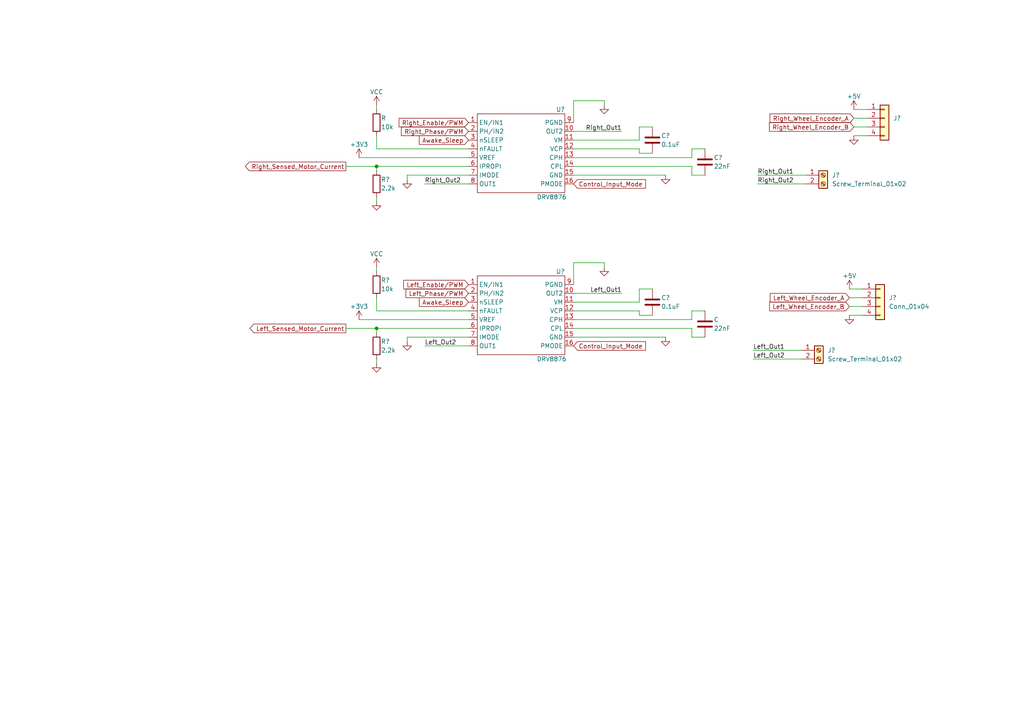
<source format=kicad_sch>
(kicad_sch (version 20211123) (generator eeschema)
  (paper "A4")
  (lib_symbols
    (symbol "Connector:Screw_Terminal_01x02" (pin_names (offset 1.016) hide)
      (property "Reference" "J" (at 0 2.54 0))
      (property "Value" "Screw_Terminal_01x02" (at 0 -5.08 0))
      (symbol "Screw_Terminal_01x02_1_1"
        (rectangle (start -1.27 1.27) (end 1.27 -3.81) (stroke (width 0.254)) (fill (type background)))
        (circle (center 0 -2.54) (radius 0.635) (stroke (width 0.1524)))
        (polyline (pts (xy -0.5334 -2.2098) (xy 0.3302 -3.048)) (stroke (width 0.1524)))
        (polyline (pts (xy -0.5334 0.3302) (xy 0.3302 -0.508)) (stroke (width 0.1524)))
        (polyline (pts (xy -0.3556 -2.032) (xy 0.508 -2.8702)) (stroke (width 0.1524)))
        (polyline (pts (xy -0.3556 0.508) (xy 0.508 -0.3302)) (stroke (width 0.1524)))
        (circle (center 0 0) (radius 0.635) (stroke (width 0.1524)))
        (pin passive line (at -5.08 0 0) (length 3.81) (name "Pin_1") (number "1"))
        (pin passive line (at -5.08 -2.54 0) (length 3.81) (name "Pin_2") (number "2"))
      )
    )
    (symbol "Connector_Generic:Conn_01x04" (pin_names (offset 1.016) hide)
      (property "Reference" "J" (at 0 5.08 0))
      (property "Value" "Conn_01x04" (at 0 -7.62 0))
      (symbol "Conn_01x04_1_1"
        (rectangle (start -1.27 -4.953) (end 0 -5.207) (stroke (width 0.1524)))
        (rectangle (start -1.27 -2.413) (end 0 -2.667) (stroke (width 0.1524)))
        (rectangle (start -1.27 0.127) (end 0 -0.127) (stroke (width 0.1524)))
        (rectangle (start -1.27 2.667) (end 0 2.413) (stroke (width 0.1524)))
        (rectangle (start -1.27 3.81) (end 1.27 -6.35) (stroke (width 0.254)) (fill (type background)))
        (pin passive line (at -5.08 2.54 0) (length 3.81) (name "Pin_1") (number "1"))
        (pin passive line (at -5.08 0 0) (length 3.81) (name "Pin_2") (number "2"))
        (pin passive line (at -5.08 -2.54 0) (length 3.81) (name "Pin_3") (number "3"))
        (pin passive line (at -5.08 -5.08 0) (length 3.81) (name "Pin_4") (number "4"))
      )
    )
    (symbol "Device:C" (pin_numbers hide) (pin_names (offset 0.254))
      (property "Reference" "C" (at 0.635 2.54 0))
      (property "Value" "C" (at 0.635 -2.54 0))
      (symbol "C_0_1"
        (polyline (pts (xy -2.032 -0.762) (xy 2.032 -0.762)) (stroke (width 0.508)))
        (polyline (pts (xy -2.032 0.762) (xy 2.032 0.762)) (stroke (width 0.508)))
      )
      (symbol "C_1_1"
        (pin passive line (at 0 3.81 270) (length 2.794) (name "~") (number "1"))
        (pin passive line (at 0 -3.81 90) (length 2.794) (name "~") (number "2"))
      )
    )
    (symbol "Device:R" (pin_numbers hide) (pin_names (offset 0))
      (property "Reference" "R" (at 2.032 0 90))
      (property "Value" "R" (at 0 0 90))
      (symbol "R_0_1"
        (rectangle (start -1.016 -2.54) (end 1.016 2.54) (stroke (width 0.254)))
      )
      (symbol "R_1_1"
        (pin passive line (at 0 3.81 270) (length 1.27) (name "~") (number "1"))
        (pin passive line (at 0 -3.81 90) (length 1.27) (name "~") (number "2"))
      )
    )
    (symbol "Ghanis_Symbols_KiCad6:DRV8876"
      (property "Reference" "U" (at 0 11.43 0))
      (property "Value" "DRV8876" (at 0 -13.97 0))
      (symbol "DRV8876_0_0"
        (pin input line (at -15.24 7.62 0) (length 2.54) (name "EN/IN1") (number "1"))
        (pin output line (at 15.24 5.08 180) (length 2.54) (name "OUT2") (number "10"))
        (pin power_in line (at 15.24 2.54 180) (length 2.54) (name "VM") (number "11"))
        (pin power_out line (at 15.24 0 180) (length 2.54) (name "VCP") (number "12"))
        (pin power_out line (at 15.24 -2.54 180) (length 2.54) (name "CPH") (number "13"))
        (pin power_out line (at 15.24 -5.08 180) (length 2.54) (name "CPL") (number "14"))
        (pin power_in line (at 15.24 -7.62 180) (length 2.54) (name "GND") (number "15"))
        (pin tri_state line (at 15.24 -10.16 180) (length 2.54) (name "PMODE") (number "16"))
        (pin input line (at -15.24 5.08 0) (length 2.54) (name "PH/IN2") (number "2"))
        (pin input line (at -15.24 2.54 0) (length 2.54) (name "nSLEEP") (number "3"))
        (pin open_collector line (at -15.24 0 0) (length 2.54) (name "nFAULT") (number "4"))
        (pin input line (at -15.24 -2.54 0) (length 2.54) (name "VREF") (number "5"))
        (pin output line (at -15.24 -5.08 0) (length 2.54) (name "IPROPI") (number "6"))
        (pin input line (at -15.24 -7.62 0) (length 2.54) (name "IMODE") (number "7"))
        (pin output line (at -15.24 -10.16 0) (length 2.54) (name "OUT1") (number "8"))
        (pin power_in line (at 15.24 7.62 180) (length 2.54) (name "PGND") (number "9"))
      )
      (symbol "DRV8876_0_1"
        (rectangle (start -12.7 10.16) (end 12.7 -12.7))
      )
    )
    (symbol "power:+3.3V" (power) (pin_names (offset 0))
      (property "Value" "+3.3V" (at 0 3.556 0))
      (symbol "+3.3V_0_1"
        (polyline (pts (xy -0.762 1.27) (xy 0 2.54)))
        (polyline (pts (xy 0 0) (xy 0 2.54)))
        (polyline (pts (xy 0 2.54) (xy 0.762 1.27)))
      )
      (symbol "+3.3V_1_1"
        (pin power_in line (at 0 0 90) (length 0) hide (name "+3V3") (number "1"))
      )
    )
    (symbol "power:+5V" (power) (pin_names (offset 0))
      (property "Value" "+5V" (at 0 3.556 0))
      (symbol "+5V_0_1"
        (polyline (pts (xy -0.762 1.27) (xy 0 2.54)))
        (polyline (pts (xy 0 0) (xy 0 2.54)))
        (polyline (pts (xy 0 2.54) (xy 0.762 1.27)))
      )
      (symbol "+5V_1_1"
        (pin power_in line (at 0 0 90) (length 0) hide (name "+5V") (number "1"))
      )
    )
    (symbol "power:GND" (power) (pin_names (offset 0))
      (property "Value" "GND" (at 0 -3.81 0))
      (symbol "GND_0_1"
        (polyline (pts (xy 0 0) (xy 0 -1.27) (xy 1.27 -1.27) (xy 0 -2.54) (xy -1.27 -1.27) (xy 0 -1.27)))
      )
      (symbol "GND_1_1"
        (pin power_in line (at 0 0 270) (length 0) hide (name "GND") (number "1"))
      )
    )
    (symbol "power:VCC" (power) (pin_names (offset 0))
      (property "Value" "VCC" (at 0 3.81 0))
      (symbol "VCC_0_1"
        (polyline (pts (xy -0.762 1.27) (xy 0 2.54)))
        (polyline (pts (xy 0 0) (xy 0 2.54)))
        (polyline (pts (xy 0 2.54) (xy 0.762 1.27)))
      )
      (symbol "VCC_1_1"
        (pin power_in line (at 0 0 90) (length 0) hide (name "VCC") (number "1"))
      )
    )
  )
  (junction (at 109.22 95.25))
  (junction (at 109.22 48.26))
  (wire (pts (xy 175.26 29.21) (xy 175.26 30.48)))
  (wire (pts (xy 109.22 39.37) (xy 109.22 43.18)))
  (wire (pts (xy 166.37 92.71) (xy 200.66 92.71)))
  (wire (pts (xy 185.42 43.18) (xy 185.42 44.45)))
  (wire (pts (xy 166.37 38.1) (xy 180.34 38.1)))
  (wire (pts (xy 123.19 53.34) (xy 135.89 53.34)))
  (wire (pts (xy 166.37 85.09) (xy 180.34 85.09)))
  (wire (pts (xy 166.37 95.25) (xy 200.66 95.25)))
  (wire (pts (xy 200.66 97.79) (xy 204.47 97.79)))
  (wire (pts (xy 185.42 83.82) (xy 185.42 87.63)))
  (wire (pts (xy 246.38 86.36) (xy 250.19 86.36)))
  (wire (pts (xy 247.65 31.75) (xy 251.46 31.75)))
  (wire (pts (xy 200.66 50.8) (xy 204.47 50.8)))
  (wire (pts (xy 247.65 34.29) (xy 251.46 34.29)))
  (wire (pts (xy 100.33 48.26) (xy 109.22 48.26)))
  (wire (pts (xy 166.37 50.8) (xy 193.04 50.8)))
  (wire (pts (xy 104.14 45.72) (xy 135.89 45.72)))
  (wire (pts (xy 185.42 36.83) (xy 189.23 36.83)))
  (wire (pts (xy 109.22 57.15) (xy 109.22 58.42)))
  (wire (pts (xy 166.37 82.55) (xy 166.37 76.2)))
  (wire (pts (xy 200.66 45.72) (xy 200.66 43.18)))
  (wire (pts (xy 166.37 40.64) (xy 185.42 40.64)))
  (wire (pts (xy 185.42 91.44) (xy 189.23 91.44)))
  (wire (pts (xy 109.22 104.14) (xy 109.22 105.41)))
  (wire (pts (xy 247.65 39.37) (xy 251.46 39.37)))
  (wire (pts (xy 166.37 48.26) (xy 200.66 48.26)))
  (wire (pts (xy 118.11 97.79) (xy 118.11 99.06)))
  (wire (pts (xy 175.26 76.2) (xy 175.26 77.47)))
  (wire (pts (xy 166.37 45.72) (xy 200.66 45.72)))
  (wire (pts (xy 123.19 100.33) (xy 135.89 100.33)))
  (wire (pts (xy 246.38 88.9) (xy 250.19 88.9)))
  (wire (pts (xy 109.22 96.52) (xy 109.22 95.25)))
  (wire (pts (xy 109.22 86.36) (xy 109.22 90.17)))
  (wire (pts (xy 200.66 90.17) (xy 204.47 90.17)))
  (wire (pts (xy 166.37 76.2) (xy 175.26 76.2)))
  (wire (pts (xy 246.38 83.82) (xy 250.19 83.82)))
  (wire (pts (xy 118.11 97.79) (xy 135.89 97.79)))
  (wire (pts (xy 118.11 50.8) (xy 135.89 50.8)))
  (wire (pts (xy 219.71 53.34) (xy 233.68 53.34)))
  (wire (pts (xy 109.22 77.47) (xy 109.22 78.74)))
  (wire (pts (xy 109.22 30.48) (xy 109.22 31.75)))
  (wire (pts (xy 166.37 35.56) (xy 166.37 29.21)))
  (wire (pts (xy 185.42 36.83) (xy 185.42 40.64)))
  (wire (pts (xy 109.22 43.18) (xy 135.89 43.18)))
  (wire (pts (xy 232.41 101.6) (xy 218.44 101.6)))
  (wire (pts (xy 247.65 36.83) (xy 251.46 36.83)))
  (wire (pts (xy 200.66 48.26) (xy 200.66 50.8)))
  (wire (pts (xy 109.22 95.25) (xy 135.89 95.25)))
  (wire (pts (xy 166.37 87.63) (xy 185.42 87.63)))
  (wire (pts (xy 218.44 104.14) (xy 232.41 104.14)))
  (wire (pts (xy 109.22 48.26) (xy 135.89 48.26)))
  (wire (pts (xy 109.22 49.53) (xy 109.22 48.26)))
  (wire (pts (xy 185.42 83.82) (xy 189.23 83.82)))
  (wire (pts (xy 200.66 95.25) (xy 200.66 97.79)))
  (wire (pts (xy 233.68 50.8) (xy 219.71 50.8)))
  (wire (pts (xy 185.42 90.17) (xy 185.42 91.44)))
  (wire (pts (xy 200.66 43.18) (xy 204.47 43.18)))
  (wire (pts (xy 109.22 90.17) (xy 135.89 90.17)))
  (wire (pts (xy 100.33 95.25) (xy 109.22 95.25)))
  (wire (pts (xy 246.38 91.44) (xy 250.19 91.44)))
  (wire (pts (xy 118.11 50.8) (xy 118.11 52.07)))
  (wire (pts (xy 166.37 97.79) (xy 193.04 97.79)))
  (wire (pts (xy 166.37 43.18) (xy 185.42 43.18)))
  (wire (pts (xy 166.37 29.21) (xy 175.26 29.21)))
  (wire (pts (xy 200.66 92.71) (xy 200.66 90.17)))
  (wire (pts (xy 104.14 92.71) (xy 135.89 92.71)))
  (wire (pts (xy 166.37 90.17) (xy 185.42 90.17)))
  (wire (pts (xy 185.42 44.45) (xy 189.23 44.45)))
  (label "Left_Out1" (at 218.44 101.6 0))
  (label "Right_Out2" (at 219.71 53.34 0))
  (label "Left_Out2" (at 123.19 100.33 0))
  (label "Left_Out1" (at 180.34 85.09 180))
  (label "Right_Out1" (at 180.34 38.1 180))
  (label "Left_Out2" (at 218.44 104.14 0))
  (label "Right_Out2" (at 123.19 53.34 0))
  (label "Right_Out1" (at 219.71 50.8 0))
  (global_label "Right_Enable{slash}PWM" (shape input) (at 135.89 35.56 180) (property "Intersheet References" "${INTERSHEET_REFS}" (effects hide)))
  (global_label "Right_Wheel_Encoder_B" (shape input) (at 247.65 36.83 180) (property "Intersheet References" "${INTERSHEET_REFS}" (effects hide)))
  (global_label "Right_Wheel_Encoder_A" (shape input) (at 247.65 34.29 180) (property "Intersheet References" "${INTERSHEET_REFS}" (effects hide)))
  (global_label "Left_Wheel_Encoder_B" (shape input) (at 246.38 88.9 180) (property "Intersheet References" "${INTERSHEET_REFS}" (effects hide)))
  (global_label "Control_Input_Mode" (shape input) (at 166.37 100.33 0) (property "Intersheet References" "${INTERSHEET_REFS}" (effects hide)))
  (global_label "Control_Input_Mode" (shape input) (at 166.37 53.34 0) (property "Intersheet References" "${INTERSHEET_REFS}" (effects hide)))
  (global_label "Left_Wheel_Encoder_A" (shape input) (at 246.38 86.36 180) (property "Intersheet References" "${INTERSHEET_REFS}" (effects hide)))
  (global_label "Left_Phase{slash}PWM" (shape input) (at 135.89 85.09 180) (property "Intersheet References" "${INTERSHEET_REFS}" (effects hide)))
  (global_label "Left_Sensed_Motor_Current" (shape output) (at 100.33 95.25 180) (property "Intersheet References" "${INTERSHEET_REFS}" (effects hide)))
  (global_label "Right_Sensed_Motor_Current" (shape output) (at 100.33 48.26 180) (property "Intersheet References" "${INTERSHEET_REFS}" (effects hide)))
  (global_label "Awake_Sleep" (shape input) (at 135.89 40.64 180) (property "Intersheet References" "${INTERSHEET_REFS}" (effects hide)))
  (global_label "Awake_Sleep" (shape input) (at 135.89 87.63 180) (property "Intersheet References" "${INTERSHEET_REFS}" (effects hide)))
  (global_label "Left_Enable{slash}PWM" (shape input) (at 135.89 82.55 180) (property "Intersheet References" "${INTERSHEET_REFS}" (effects hide)))
  (global_label "Right_Phase{slash}PWM" (shape input) (at 135.89 38.1 180) (property "Intersheet References" "${INTERSHEET_REFS}" (effects hide)))
  (symbol (lib_id "Device:R") (at 109.22 100.33 0) (unit 1)
    (property "Reference" "R?" (at 110.49 99.06 0) (effects (justify left)))
    (property "Value" "2.2k" (at 110.49 101.6 0) (effects (justify left)))
  )
  (symbol (lib_id "power:+3.3V") (at 104.14 92.71 0) (unit 1)
    (property "Reference" "#PWR?" (effects hide))
    (property "Value" "+3.3V" (at 104.14 88.9 0))
  )
  (symbol (lib_id "Ghanis_Symbols_KiCad6:DRV8876") (at 151.13 43.18 0) (unit 1)
    (property "Reference" "U?" (at 162.56 31.75 0))
    (property "Value" "DRV8876" (at 160.02 57.15 0))
  )
  (symbol (lib_id "Device:C") (at 189.23 40.64 0) (unit 1)
    (property "Reference" "C?" (at 191.77 39.37 0) (effects (justify left)))
    (property "Value" "0.1uF" (at 191.77 41.91 0) (effects (justify left)))
  )
  (symbol (lib_id "power:GND") (at 175.26 77.47 0) (unit 1)
    (property "Reference" "#PWR?" (effects hide))
    (property "Value" "GND" (effects hide))
  )
  (symbol (lib_id "power:GND") (at 246.38 91.44 0) (mirror y) (unit 1)
    (property "Reference" "#PWR?" (effects hide))
    (property "Value" "GND" (effects hide))
  )
  (symbol (lib_id "power:VCC") (at 109.22 30.48 0) (unit 1)
    (property "Reference" "#PWR?" (effects hide))
    (property "Value" "VCC" (at 109.22 26.67 0))
  )
  (symbol (lib_id "power:+5V") (at 246.38 83.82 0) (unit 1)
    (property "Reference" "#PWR?" (effects hide))
    (property "Value" "+5V" (at 246.38 80.01 0))
  )
  (symbol (lib_id "power:VCC") (at 109.22 77.47 0) (unit 1)
    (property "Reference" "#PWR?" (effects hide))
    (property "Value" "VCC" (at 109.22 73.66 0))
  )
  (symbol (lib_id "Connector:Screw_Terminal_01x02") (at 238.76 50.8 0) (unit 1)
    (property "Reference" "J?" (at 241.3 50.7999 0) (effects (justify left)))
    (property "Value" "Screw_Terminal_01x02" (at 241.3 53.3399 0) (effects (justify left)))
  )
  (symbol (lib_id "Device:R") (at 109.22 53.34 0) (unit 1)
    (property "Reference" "R?" (at 110.49 52.07 0) (effects (justify left)))
    (property "Value" "2.2k" (at 110.49 54.61 0) (effects (justify left)))
  )
  (symbol (lib_id "power:GND") (at 247.65 39.37 0) (mirror y) (unit 1)
    (property "Reference" "#PWR?" (effects hide))
    (property "Value" "GND" (effects hide))
  )
  (symbol (lib_id "power:GND") (at 109.22 58.42 0) (mirror y) (unit 1)
    (property "Reference" "#PWR?" (effects hide))
    (property "Value" "GND" (effects hide))
  )
  (symbol (lib_id "Device:R") (at 109.22 82.55 0) (unit 1)
    (property "Reference" "R?" (at 110.49 81.28 0) (effects (justify left)))
    (property "Value" "10k" (at 110.49 83.82 0) (effects (justify left)))
  )
  (symbol (lib_id "Connector_Generic:Conn_01x04") (at 256.54 34.29 0) (unit 1)
    (property "Reference" "J?" (at 259.08 34.2899 0) (effects (justify left)))
  )
  (symbol (lib_id "Device:C") (at 204.47 46.99 0) (unit 1)
    (property "Reference" "C?" (at 207.01 45.72 0) (effects (justify left)))
    (property "Value" "22nF" (at 207.01 48.26 0) (effects (justify left)))
  )
  (symbol (lib_id "power:GND") (at 109.22 105.41 0) (mirror y) (unit 1)
    (property "Reference" "#PWR?" (effects hide))
    (property "Value" "GND" (effects hide))
  )
  (symbol (lib_id "Device:C") (at 204.47 93.98 0) (unit 1)
    (property "Reference" "C" (at 207.01 92.71 0) (effects (justify left)))
    (property "Value" "22nF" (at 207.01 95.25 0) (effects (justify left)))
  )
  (symbol (lib_id "power:GND") (at 175.26 30.48 0) (unit 1)
    (property "Reference" "#PWR?" (effects hide))
    (property "Value" "GND" (effects hide))
  )
  (symbol (lib_id "Ghanis_Symbols_KiCad6:DRV8876") (at 151.13 90.17 0) (unit 1)
    (property "Reference" "U?" (at 162.56 78.74 0))
    (property "Value" "DRV8876" (at 160.02 104.14 0))
  )
  (symbol (lib_id "power:GND") (at 118.11 52.07 0) (mirror y) (unit 1)
    (property "Reference" "#PWR?" (effects hide))
    (property "Value" "GND" (effects hide))
  )
  (symbol (lib_id "power:GND") (at 193.04 50.8 0) (unit 1)
    (property "Reference" "#PWR?" (effects hide))
    (property "Value" "GND" (effects hide))
  )
  (symbol (lib_id "Device:R") (at 109.22 35.56 0) (unit 1)
    (property "Reference" "R" (at 110.49 34.29 0) (effects (justify left)))
    (property "Value" "10k" (at 110.49 36.83 0) (effects (justify left)))
  )
  (symbol (lib_id "power:GND") (at 193.04 97.79 0) (unit 1)
    (property "Reference" "#PWR?" (effects hide))
    (property "Value" "GND" (effects hide))
  )
  (symbol (lib_id "Device:C") (at 189.23 87.63 0) (unit 1)
    (property "Reference" "C?" (at 191.77 86.36 0) (effects (justify left)))
    (property "Value" "0.1uF" (at 191.77 88.9 0) (effects (justify left)))
  )
  (symbol (lib_id "power:+3.3V") (at 104.14 45.72 0) (unit 1)
    (property "Reference" "#PWR?" (effects hide))
    (property "Value" "+3.3V" (at 104.14 41.91 0))
  )
  (symbol (lib_id "Connector_Generic:Conn_01x04") (at 255.27 86.36 0) (unit 1)
    (property "Reference" "J?" (at 257.81 86.3599 0) (effects (justify left)))
    (property "Value" "Conn_01x04" (at 257.81 88.8999 0) (effects (justify left)))
  )
  (symbol (lib_id "power:GND") (at 118.11 99.06 0) (mirror y) (unit 1)
    (property "Reference" "#PWR?" (effects hide))
    (property "Value" "GND" (effects hide))
  )
  (symbol (lib_id "power:+5V") (at 247.65 31.75 0) (unit 1)
    (property "Reference" "#PWR?" (effects hide))
  )
  (symbol (lib_id "Connector:Screw_Terminal_01x02") (at 237.49 101.6 0) (unit 1)
    (property "Reference" "J?" (at 240.03 101.5999 0) (effects (justify left)))
    (property "Value" "Screw_Terminal_01x02" (at 240.03 104.1399 0) (effects (justify left)))
  )
)
</source>
